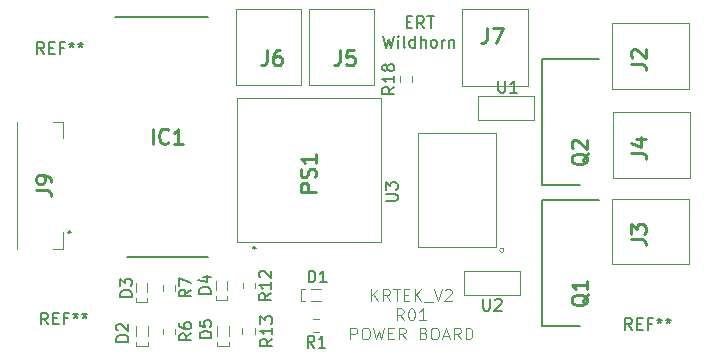
<source format=gto>
%TF.GenerationSoftware,KiCad,Pcbnew,(5.1.10)-1*%
%TF.CreationDate,2021-11-25T14:26:07+01:00*%
%TF.ProjectId,POWER_BOARD,504f5745-525f-4424-9f41-52442e6b6963,V01*%
%TF.SameCoordinates,Original*%
%TF.FileFunction,Legend,Top*%
%TF.FilePolarity,Positive*%
%FSLAX46Y46*%
G04 Gerber Fmt 4.6, Leading zero omitted, Abs format (unit mm)*
G04 Created by KiCad (PCBNEW (5.1.10)-1) date 2021-11-25 14:26:07*
%MOMM*%
%LPD*%
G01*
G04 APERTURE LIST*
%ADD10C,0.150000*%
%ADD11C,0.125000*%
%ADD12C,0.120000*%
%ADD13C,0.100000*%
%ADD14C,0.200000*%
%ADD15C,0.254000*%
G04 APERTURE END LIST*
D10*
X127984001Y-81147031D02*
X128317335Y-81147031D01*
X128460192Y-81670840D02*
X127984001Y-81670840D01*
X127984001Y-80670840D01*
X128460192Y-80670840D01*
X129460192Y-81670840D02*
X129126859Y-81194650D01*
X128888763Y-81670840D02*
X128888763Y-80670840D01*
X129269716Y-80670840D01*
X129364954Y-80718460D01*
X129412573Y-80766079D01*
X129460192Y-80861317D01*
X129460192Y-81004174D01*
X129412573Y-81099412D01*
X129364954Y-81147031D01*
X129269716Y-81194650D01*
X128888763Y-81194650D01*
X129745906Y-80670840D02*
X130317335Y-80670840D01*
X130031620Y-81670840D02*
X130031620Y-80670840D01*
X126031620Y-82320840D02*
X126269716Y-83320840D01*
X126460192Y-82606555D01*
X126650668Y-83320840D01*
X126888763Y-82320840D01*
X127269716Y-83320840D02*
X127269716Y-82654174D01*
X127269716Y-82320840D02*
X127222097Y-82368460D01*
X127269716Y-82416079D01*
X127317335Y-82368460D01*
X127269716Y-82320840D01*
X127269716Y-82416079D01*
X127888763Y-83320840D02*
X127793525Y-83273221D01*
X127745906Y-83177983D01*
X127745906Y-82320840D01*
X128698287Y-83320840D02*
X128698287Y-82320840D01*
X128698287Y-83273221D02*
X128603049Y-83320840D01*
X128412573Y-83320840D01*
X128317335Y-83273221D01*
X128269716Y-83225602D01*
X128222097Y-83130364D01*
X128222097Y-82844650D01*
X128269716Y-82749412D01*
X128317335Y-82701793D01*
X128412573Y-82654174D01*
X128603049Y-82654174D01*
X128698287Y-82701793D01*
X129174478Y-83320840D02*
X129174478Y-82320840D01*
X129603049Y-83320840D02*
X129603049Y-82797031D01*
X129555430Y-82701793D01*
X129460192Y-82654174D01*
X129317335Y-82654174D01*
X129222097Y-82701793D01*
X129174478Y-82749412D01*
X130222097Y-83320840D02*
X130126859Y-83273221D01*
X130079240Y-83225602D01*
X130031620Y-83130364D01*
X130031620Y-82844650D01*
X130079240Y-82749412D01*
X130126859Y-82701793D01*
X130222097Y-82654174D01*
X130364954Y-82654174D01*
X130460192Y-82701793D01*
X130507811Y-82749412D01*
X130555430Y-82844650D01*
X130555430Y-83130364D01*
X130507811Y-83225602D01*
X130460192Y-83273221D01*
X130364954Y-83320840D01*
X130222097Y-83320840D01*
X130984001Y-83320840D02*
X130984001Y-82654174D01*
X130984001Y-82844650D02*
X131031620Y-82749412D01*
X131079240Y-82701793D01*
X131174478Y-82654174D01*
X131269716Y-82654174D01*
X131603049Y-82654174D02*
X131603049Y-83320840D01*
X131603049Y-82749412D02*
X131650668Y-82701793D01*
X131745906Y-82654174D01*
X131888763Y-82654174D01*
X131984001Y-82701793D01*
X132031620Y-82797031D01*
X132031620Y-83320840D01*
D11*
X124997247Y-104774780D02*
X124997247Y-103774780D01*
X125568676Y-104774780D02*
X125140104Y-104203352D01*
X125568676Y-103774780D02*
X124997247Y-104346209D01*
X126568676Y-104774780D02*
X126235342Y-104298590D01*
X125997247Y-104774780D02*
X125997247Y-103774780D01*
X126378200Y-103774780D01*
X126473438Y-103822400D01*
X126521057Y-103870019D01*
X126568676Y-103965257D01*
X126568676Y-104108114D01*
X126521057Y-104203352D01*
X126473438Y-104250971D01*
X126378200Y-104298590D01*
X125997247Y-104298590D01*
X126854390Y-103774780D02*
X127425819Y-103774780D01*
X127140104Y-104774780D02*
X127140104Y-103774780D01*
X127759152Y-104250971D02*
X128092485Y-104250971D01*
X128235342Y-104774780D02*
X127759152Y-104774780D01*
X127759152Y-103774780D01*
X128235342Y-103774780D01*
X128663914Y-104774780D02*
X128663914Y-103774780D01*
X129235342Y-104774780D02*
X128806771Y-104203352D01*
X129235342Y-103774780D02*
X128663914Y-104346209D01*
X129425819Y-104870019D02*
X130187723Y-104870019D01*
X130282961Y-103774780D02*
X130616295Y-104774780D01*
X130949628Y-103774780D01*
X131235342Y-103870019D02*
X131282961Y-103822400D01*
X131378200Y-103774780D01*
X131616295Y-103774780D01*
X131711533Y-103822400D01*
X131759152Y-103870019D01*
X131806771Y-103965257D01*
X131806771Y-104060495D01*
X131759152Y-104203352D01*
X131187723Y-104774780D01*
X131806771Y-104774780D01*
X127735342Y-106399780D02*
X127402009Y-105923590D01*
X127163914Y-106399780D02*
X127163914Y-105399780D01*
X127544866Y-105399780D01*
X127640104Y-105447400D01*
X127687723Y-105495019D01*
X127735342Y-105590257D01*
X127735342Y-105733114D01*
X127687723Y-105828352D01*
X127640104Y-105875971D01*
X127544866Y-105923590D01*
X127163914Y-105923590D01*
X128354390Y-105399780D02*
X128449628Y-105399780D01*
X128544866Y-105447400D01*
X128592485Y-105495019D01*
X128640104Y-105590257D01*
X128687723Y-105780733D01*
X128687723Y-106018828D01*
X128640104Y-106209304D01*
X128592485Y-106304542D01*
X128544866Y-106352161D01*
X128449628Y-106399780D01*
X128354390Y-106399780D01*
X128259152Y-106352161D01*
X128211533Y-106304542D01*
X128163914Y-106209304D01*
X128116295Y-106018828D01*
X128116295Y-105780733D01*
X128163914Y-105590257D01*
X128211533Y-105495019D01*
X128259152Y-105447400D01*
X128354390Y-105399780D01*
X129640104Y-106399780D02*
X129068676Y-106399780D01*
X129354390Y-106399780D02*
X129354390Y-105399780D01*
X129259152Y-105542638D01*
X129163914Y-105637876D01*
X129068676Y-105685495D01*
X123235342Y-108024780D02*
X123235342Y-107024780D01*
X123616295Y-107024780D01*
X123711533Y-107072400D01*
X123759152Y-107120019D01*
X123806771Y-107215257D01*
X123806771Y-107358114D01*
X123759152Y-107453352D01*
X123711533Y-107500971D01*
X123616295Y-107548590D01*
X123235342Y-107548590D01*
X124425819Y-107024780D02*
X124616295Y-107024780D01*
X124711533Y-107072400D01*
X124806771Y-107167638D01*
X124854390Y-107358114D01*
X124854390Y-107691447D01*
X124806771Y-107881923D01*
X124711533Y-107977161D01*
X124616295Y-108024780D01*
X124425819Y-108024780D01*
X124330580Y-107977161D01*
X124235342Y-107881923D01*
X124187723Y-107691447D01*
X124187723Y-107358114D01*
X124235342Y-107167638D01*
X124330580Y-107072400D01*
X124425819Y-107024780D01*
X125187723Y-107024780D02*
X125425819Y-108024780D01*
X125616295Y-107310495D01*
X125806771Y-108024780D01*
X126044866Y-107024780D01*
X126425819Y-107500971D02*
X126759152Y-107500971D01*
X126902009Y-108024780D02*
X126425819Y-108024780D01*
X126425819Y-107024780D01*
X126902009Y-107024780D01*
X127902009Y-108024780D02*
X127568676Y-107548590D01*
X127330580Y-108024780D02*
X127330580Y-107024780D01*
X127711533Y-107024780D01*
X127806771Y-107072400D01*
X127854390Y-107120019D01*
X127902009Y-107215257D01*
X127902009Y-107358114D01*
X127854390Y-107453352D01*
X127806771Y-107500971D01*
X127711533Y-107548590D01*
X127330580Y-107548590D01*
X129425819Y-107500971D02*
X129568676Y-107548590D01*
X129616295Y-107596209D01*
X129663914Y-107691447D01*
X129663914Y-107834304D01*
X129616295Y-107929542D01*
X129568676Y-107977161D01*
X129473438Y-108024780D01*
X129092485Y-108024780D01*
X129092485Y-107024780D01*
X129425819Y-107024780D01*
X129521057Y-107072400D01*
X129568676Y-107120019D01*
X129616295Y-107215257D01*
X129616295Y-107310495D01*
X129568676Y-107405733D01*
X129521057Y-107453352D01*
X129425819Y-107500971D01*
X129092485Y-107500971D01*
X130282961Y-107024780D02*
X130473438Y-107024780D01*
X130568676Y-107072400D01*
X130663914Y-107167638D01*
X130711533Y-107358114D01*
X130711533Y-107691447D01*
X130663914Y-107881923D01*
X130568676Y-107977161D01*
X130473438Y-108024780D01*
X130282961Y-108024780D01*
X130187723Y-107977161D01*
X130092485Y-107881923D01*
X130044866Y-107691447D01*
X130044866Y-107358114D01*
X130092485Y-107167638D01*
X130187723Y-107072400D01*
X130282961Y-107024780D01*
X131092485Y-107739066D02*
X131568676Y-107739066D01*
X130997247Y-108024780D02*
X131330580Y-107024780D01*
X131663914Y-108024780D01*
X132568676Y-108024780D02*
X132235342Y-107548590D01*
X131997247Y-108024780D02*
X131997247Y-107024780D01*
X132378200Y-107024780D01*
X132473438Y-107072400D01*
X132521057Y-107120019D01*
X132568676Y-107215257D01*
X132568676Y-107358114D01*
X132521057Y-107453352D01*
X132473438Y-107500971D01*
X132378200Y-107548590D01*
X131997247Y-107548590D01*
X132997247Y-108024780D02*
X132997247Y-107024780D01*
X133235342Y-107024780D01*
X133378200Y-107072400D01*
X133473438Y-107167638D01*
X133521057Y-107262876D01*
X133568676Y-107453352D01*
X133568676Y-107596209D01*
X133521057Y-107786685D01*
X133473438Y-107881923D01*
X133378200Y-107977161D01*
X133235342Y-108024780D01*
X132997247Y-108024780D01*
D12*
%TO.C,U3*%
X135541000Y-90580400D02*
X135541000Y-100232400D01*
X128937000Y-90580400D02*
X135541000Y-90580400D01*
X128937000Y-100232400D02*
X128937000Y-90580400D01*
X135541000Y-100232400D02*
X128937000Y-100232400D01*
X136228605Y-100486400D02*
G75*
G03*
X136228605Y-100486400I-179605J0D01*
G01*
%TO.C,U1*%
X138802800Y-89446800D02*
X138802800Y-87446800D01*
X134002800Y-89446800D02*
X134002800Y-87446800D01*
X134002800Y-89446800D02*
X138802800Y-89446800D01*
X138802800Y-87446800D02*
X134002800Y-87446800D01*
%TO.C,U2*%
X137609000Y-102229600D02*
X132809000Y-102229600D01*
X132809000Y-104229600D02*
X137609000Y-104229600D01*
X132809000Y-104229600D02*
X132809000Y-102229600D01*
X137609000Y-104229600D02*
X137609000Y-102229600D01*
%TO.C,R1*%
X120575858Y-106313900D02*
X120101342Y-106313900D01*
X120575858Y-107358900D02*
X120101342Y-107358900D01*
%TO.C,R6*%
X108402900Y-107119342D02*
X108402900Y-107593858D01*
X107357900Y-107119342D02*
X107357900Y-107593858D01*
%TO.C,R7*%
X107332500Y-103410942D02*
X107332500Y-103885458D01*
X108377500Y-103410942D02*
X108377500Y-103885458D01*
%TO.C,R12*%
X114114300Y-103233142D02*
X114114300Y-103707658D01*
X115159300Y-103233142D02*
X115159300Y-103707658D01*
%TO.C,R13*%
X115133900Y-107093942D02*
X115133900Y-107568458D01*
X114088900Y-107093942D02*
X114088900Y-107568458D01*
%TO.C,R18*%
X127398500Y-86232458D02*
X127398500Y-85757942D01*
X128443500Y-86232458D02*
X128443500Y-85757942D01*
D13*
%TO.C,D1*%
X119413000Y-103745600D02*
X119113000Y-103745600D01*
X119113000Y-103745600D02*
X119063000Y-103745600D01*
X119063000Y-103745600D02*
X119063000Y-104745600D01*
X119063000Y-104745600D02*
X119413000Y-104745600D01*
X119913000Y-104745600D02*
X120713000Y-104745600D01*
X119913000Y-103745600D02*
X120713000Y-103745600D01*
%TO.C,D2*%
X105094400Y-107732400D02*
X105094400Y-106932400D01*
X106094400Y-107732400D02*
X106094400Y-106932400D01*
X106094400Y-108582400D02*
X106094400Y-108232400D01*
X105094400Y-108582400D02*
X106094400Y-108582400D01*
X105094400Y-108532400D02*
X105094400Y-108582400D01*
X105094400Y-108232400D02*
X105094400Y-108532400D01*
%TO.C,D3*%
X105043600Y-104549400D02*
X105043600Y-104849400D01*
X105043600Y-104849400D02*
X105043600Y-104899400D01*
X105043600Y-104899400D02*
X106043600Y-104899400D01*
X106043600Y-104899400D02*
X106043600Y-104549400D01*
X106043600Y-104049400D02*
X106043600Y-103249400D01*
X105043600Y-104049400D02*
X105043600Y-103249400D01*
%TO.C,D4*%
X111825400Y-103871600D02*
X111825400Y-103071600D01*
X112825400Y-103871600D02*
X112825400Y-103071600D01*
X112825400Y-104721600D02*
X112825400Y-104371600D01*
X111825400Y-104721600D02*
X112825400Y-104721600D01*
X111825400Y-104671600D02*
X111825400Y-104721600D01*
X111825400Y-104371600D02*
X111825400Y-104671600D01*
%TO.C,D5*%
X111927000Y-108232400D02*
X111927000Y-108532400D01*
X111927000Y-108532400D02*
X111927000Y-108582400D01*
X111927000Y-108582400D02*
X112927000Y-108582400D01*
X112927000Y-108582400D02*
X112927000Y-108232400D01*
X112927000Y-107732400D02*
X112927000Y-106932400D01*
X111927000Y-107732400D02*
X111927000Y-106932400D01*
D14*
%TO.C,IC1*%
X103318000Y-80735200D02*
X111153000Y-80735200D01*
X104303000Y-101035200D02*
X111153000Y-101035200D01*
D13*
%TO.C,J2*%
X145397400Y-86797200D02*
X145397400Y-81257200D01*
X145397400Y-81257200D02*
X151897400Y-81257200D01*
X151897400Y-81257200D02*
X151897400Y-86797200D01*
X151897400Y-86797200D02*
X145397400Y-86797200D01*
%TO.C,J3*%
X151897400Y-101656200D02*
X145397400Y-101656200D01*
X151897400Y-96116200D02*
X151897400Y-101656200D01*
X145397400Y-96116200D02*
X151897400Y-96116200D01*
X145397400Y-101656200D02*
X145397400Y-96116200D01*
%TO.C,J4*%
X145448200Y-94341000D02*
X145448200Y-88801000D01*
X145448200Y-88801000D02*
X151948200Y-88801000D01*
X151948200Y-88801000D02*
X151948200Y-94341000D01*
X151948200Y-94341000D02*
X145448200Y-94341000D01*
%TO.C,J5*%
X125255400Y-80015200D02*
X125255400Y-86515200D01*
X119715400Y-80015200D02*
X125255400Y-80015200D01*
X119715400Y-86515200D02*
X119715400Y-80015200D01*
X125255400Y-86515200D02*
X119715400Y-86515200D01*
%TO.C,J6*%
X119083200Y-86515200D02*
X113543200Y-86515200D01*
X113543200Y-86515200D02*
X113543200Y-80015200D01*
X113543200Y-80015200D02*
X119083200Y-80015200D01*
X119083200Y-80015200D02*
X119083200Y-86515200D01*
%TO.C,J7*%
X132694800Y-86566000D02*
X132694800Y-80066000D01*
X138234800Y-86566000D02*
X132694800Y-86566000D01*
X138234800Y-80066000D02*
X138234800Y-86566000D01*
X132694800Y-80066000D02*
X138234800Y-80066000D01*
%TO.C,PS1*%
X113613800Y-99756800D02*
X113613800Y-87566800D01*
X113613800Y-87566800D02*
X125803800Y-87566800D01*
X125803800Y-87566800D02*
X125803800Y-99756800D01*
X125803800Y-99756800D02*
X113613800Y-99756800D01*
D14*
X115008800Y-100261800D02*
X115008800Y-100261800D01*
X115208800Y-100261800D02*
X115208800Y-100261800D01*
X115208800Y-100261800D02*
G75*
G02*
X115008800Y-100261800I-100000J0D01*
G01*
X115008800Y-100261800D02*
G75*
G02*
X115208800Y-100261800I100000J0D01*
G01*
%TO.C,Q1*%
X139428000Y-106888200D02*
X142653000Y-106888200D01*
X139428000Y-96218200D02*
X139428000Y-106888200D01*
X144258000Y-96218200D02*
X139428000Y-96218200D01*
%TO.C,Q2*%
X144258000Y-84280200D02*
X139428000Y-84280200D01*
X139428000Y-84280200D02*
X139428000Y-94950200D01*
X139428000Y-94950200D02*
X142653000Y-94950200D01*
%TO.C,J9*%
X99341140Y-98966980D02*
X99341140Y-98966980D01*
X99541140Y-98966980D02*
X99541140Y-98966980D01*
D13*
X98941140Y-98966980D02*
X98941140Y-100341980D01*
X98941140Y-100341980D02*
X98041140Y-100341980D01*
X98941140Y-90966980D02*
X98941140Y-89591980D01*
X98941140Y-89591980D02*
X98041140Y-89591980D01*
X95041140Y-100341980D02*
X95041140Y-89591980D01*
D14*
X99541140Y-98966980D02*
G75*
G02*
X99341140Y-98966980I-100000J0D01*
G01*
X99341140Y-98966980D02*
G75*
G02*
X99541140Y-98966980I100000J0D01*
G01*
%TO.C,REF\u002A\u002A*%
D10*
X147060066Y-107212580D02*
X146726733Y-106736390D01*
X146488638Y-107212580D02*
X146488638Y-106212580D01*
X146869590Y-106212580D01*
X146964828Y-106260200D01*
X147012447Y-106307819D01*
X147060066Y-106403057D01*
X147060066Y-106545914D01*
X147012447Y-106641152D01*
X146964828Y-106688771D01*
X146869590Y-106736390D01*
X146488638Y-106736390D01*
X147488638Y-106688771D02*
X147821971Y-106688771D01*
X147964828Y-107212580D02*
X147488638Y-107212580D01*
X147488638Y-106212580D01*
X147964828Y-106212580D01*
X148726733Y-106688771D02*
X148393400Y-106688771D01*
X148393400Y-107212580D02*
X148393400Y-106212580D01*
X148869590Y-106212580D01*
X149393400Y-106212580D02*
X149393400Y-106450676D01*
X149155304Y-106355438D02*
X149393400Y-106450676D01*
X149631495Y-106355438D01*
X149250542Y-106641152D02*
X149393400Y-106450676D01*
X149536257Y-106641152D01*
X150155304Y-106212580D02*
X150155304Y-106450676D01*
X149917209Y-106355438D02*
X150155304Y-106450676D01*
X150393400Y-106355438D01*
X150012447Y-106641152D02*
X150155304Y-106450676D01*
X150298161Y-106641152D01*
X97301466Y-83844580D02*
X96968133Y-83368390D01*
X96730038Y-83844580D02*
X96730038Y-82844580D01*
X97110990Y-82844580D01*
X97206228Y-82892200D01*
X97253847Y-82939819D01*
X97301466Y-83035057D01*
X97301466Y-83177914D01*
X97253847Y-83273152D01*
X97206228Y-83320771D01*
X97110990Y-83368390D01*
X96730038Y-83368390D01*
X97730038Y-83320771D02*
X98063371Y-83320771D01*
X98206228Y-83844580D02*
X97730038Y-83844580D01*
X97730038Y-82844580D01*
X98206228Y-82844580D01*
X98968133Y-83320771D02*
X98634800Y-83320771D01*
X98634800Y-83844580D02*
X98634800Y-82844580D01*
X99110990Y-82844580D01*
X99634800Y-82844580D02*
X99634800Y-83082676D01*
X99396704Y-82987438D02*
X99634800Y-83082676D01*
X99872895Y-82987438D01*
X99491942Y-83273152D02*
X99634800Y-83082676D01*
X99777657Y-83273152D01*
X100396704Y-82844580D02*
X100396704Y-83082676D01*
X100158609Y-82987438D02*
X100396704Y-83082676D01*
X100634800Y-82987438D01*
X100253847Y-83273152D02*
X100396704Y-83082676D01*
X100539561Y-83273152D01*
X97631666Y-106755380D02*
X97298333Y-106279190D01*
X97060238Y-106755380D02*
X97060238Y-105755380D01*
X97441190Y-105755380D01*
X97536428Y-105803000D01*
X97584047Y-105850619D01*
X97631666Y-105945857D01*
X97631666Y-106088714D01*
X97584047Y-106183952D01*
X97536428Y-106231571D01*
X97441190Y-106279190D01*
X97060238Y-106279190D01*
X98060238Y-106231571D02*
X98393571Y-106231571D01*
X98536428Y-106755380D02*
X98060238Y-106755380D01*
X98060238Y-105755380D01*
X98536428Y-105755380D01*
X99298333Y-106231571D02*
X98965000Y-106231571D01*
X98965000Y-106755380D02*
X98965000Y-105755380D01*
X99441190Y-105755380D01*
X99965000Y-105755380D02*
X99965000Y-105993476D01*
X99726904Y-105898238D02*
X99965000Y-105993476D01*
X100203095Y-105898238D01*
X99822142Y-106183952D02*
X99965000Y-105993476D01*
X100107857Y-106183952D01*
X100726904Y-105755380D02*
X100726904Y-105993476D01*
X100488809Y-105898238D02*
X100726904Y-105993476D01*
X100965000Y-105898238D01*
X100584047Y-106183952D02*
X100726904Y-105993476D01*
X100869761Y-106183952D01*
%TO.C,U3*%
X126222380Y-96295304D02*
X127031904Y-96295304D01*
X127127142Y-96247685D01*
X127174761Y-96200066D01*
X127222380Y-96104828D01*
X127222380Y-95914352D01*
X127174761Y-95819114D01*
X127127142Y-95771495D01*
X127031904Y-95723876D01*
X126222380Y-95723876D01*
X126222380Y-95342923D02*
X126222380Y-94723876D01*
X126603333Y-95057209D01*
X126603333Y-94914352D01*
X126650952Y-94819114D01*
X126698571Y-94771495D01*
X126793809Y-94723876D01*
X127031904Y-94723876D01*
X127127142Y-94771495D01*
X127174761Y-94819114D01*
X127222380Y-94914352D01*
X127222380Y-95200066D01*
X127174761Y-95295304D01*
X127127142Y-95342923D01*
%TO.C,U1*%
X135767895Y-86121180D02*
X135767895Y-86930704D01*
X135815514Y-87025942D01*
X135863133Y-87073561D01*
X135958371Y-87121180D01*
X136148847Y-87121180D01*
X136244085Y-87073561D01*
X136291704Y-87025942D01*
X136339323Y-86930704D01*
X136339323Y-86121180D01*
X137339323Y-87121180D02*
X136767895Y-87121180D01*
X137053609Y-87121180D02*
X137053609Y-86121180D01*
X136958371Y-86264038D01*
X136863133Y-86359276D01*
X136767895Y-86406895D01*
%TO.C,U2*%
X134470695Y-104586980D02*
X134470695Y-105396504D01*
X134518314Y-105491742D01*
X134565933Y-105539361D01*
X134661171Y-105586980D01*
X134851647Y-105586980D01*
X134946885Y-105539361D01*
X134994504Y-105491742D01*
X135042123Y-105396504D01*
X135042123Y-104586980D01*
X135470695Y-104682219D02*
X135518314Y-104634600D01*
X135613552Y-104586980D01*
X135851647Y-104586980D01*
X135946885Y-104634600D01*
X135994504Y-104682219D01*
X136042123Y-104777457D01*
X136042123Y-104872695D01*
X135994504Y-105015552D01*
X135423076Y-105586980D01*
X136042123Y-105586980D01*
%TO.C,R1*%
X120171933Y-108718780D02*
X119838600Y-108242590D01*
X119600504Y-108718780D02*
X119600504Y-107718780D01*
X119981457Y-107718780D01*
X120076695Y-107766400D01*
X120124314Y-107814019D01*
X120171933Y-107909257D01*
X120171933Y-108052114D01*
X120124314Y-108147352D01*
X120076695Y-108194971D01*
X119981457Y-108242590D01*
X119600504Y-108242590D01*
X121124314Y-108718780D02*
X120552885Y-108718780D01*
X120838600Y-108718780D02*
X120838600Y-107718780D01*
X120743361Y-107861638D01*
X120648123Y-107956876D01*
X120552885Y-108004495D01*
%TO.C,R6*%
X109762780Y-107523266D02*
X109286590Y-107856600D01*
X109762780Y-108094695D02*
X108762780Y-108094695D01*
X108762780Y-107713742D01*
X108810400Y-107618504D01*
X108858019Y-107570885D01*
X108953257Y-107523266D01*
X109096114Y-107523266D01*
X109191352Y-107570885D01*
X109238971Y-107618504D01*
X109286590Y-107713742D01*
X109286590Y-108094695D01*
X108762780Y-106666123D02*
X108762780Y-106856600D01*
X108810400Y-106951838D01*
X108858019Y-106999457D01*
X109000876Y-107094695D01*
X109191352Y-107142314D01*
X109572304Y-107142314D01*
X109667542Y-107094695D01*
X109715161Y-107047076D01*
X109762780Y-106951838D01*
X109762780Y-106761361D01*
X109715161Y-106666123D01*
X109667542Y-106618504D01*
X109572304Y-106570885D01*
X109334209Y-106570885D01*
X109238971Y-106618504D01*
X109191352Y-106666123D01*
X109143733Y-106761361D01*
X109143733Y-106951838D01*
X109191352Y-107047076D01*
X109238971Y-107094695D01*
X109334209Y-107142314D01*
%TO.C,R7*%
X109737380Y-103814866D02*
X109261190Y-104148200D01*
X109737380Y-104386295D02*
X108737380Y-104386295D01*
X108737380Y-104005342D01*
X108785000Y-103910104D01*
X108832619Y-103862485D01*
X108927857Y-103814866D01*
X109070714Y-103814866D01*
X109165952Y-103862485D01*
X109213571Y-103910104D01*
X109261190Y-104005342D01*
X109261190Y-104386295D01*
X108737380Y-103481533D02*
X108737380Y-102814866D01*
X109737380Y-103243438D01*
%TO.C,R12*%
X116519180Y-104113257D02*
X116042990Y-104446590D01*
X116519180Y-104684685D02*
X115519180Y-104684685D01*
X115519180Y-104303733D01*
X115566800Y-104208495D01*
X115614419Y-104160876D01*
X115709657Y-104113257D01*
X115852514Y-104113257D01*
X115947752Y-104160876D01*
X115995371Y-104208495D01*
X116042990Y-104303733D01*
X116042990Y-104684685D01*
X116519180Y-103160876D02*
X116519180Y-103732304D01*
X116519180Y-103446590D02*
X115519180Y-103446590D01*
X115662038Y-103541828D01*
X115757276Y-103637066D01*
X115804895Y-103732304D01*
X115614419Y-102779923D02*
X115566800Y-102732304D01*
X115519180Y-102637066D01*
X115519180Y-102398971D01*
X115566800Y-102303733D01*
X115614419Y-102256114D01*
X115709657Y-102208495D01*
X115804895Y-102208495D01*
X115947752Y-102256114D01*
X116519180Y-102827542D01*
X116519180Y-102208495D01*
%TO.C,R13*%
X116613180Y-107976057D02*
X116136990Y-108309390D01*
X116613180Y-108547485D02*
X115613180Y-108547485D01*
X115613180Y-108166533D01*
X115660800Y-108071295D01*
X115708419Y-108023676D01*
X115803657Y-107976057D01*
X115946514Y-107976057D01*
X116041752Y-108023676D01*
X116089371Y-108071295D01*
X116136990Y-108166533D01*
X116136990Y-108547485D01*
X116613180Y-107023676D02*
X116613180Y-107595104D01*
X116613180Y-107309390D02*
X115613180Y-107309390D01*
X115756038Y-107404628D01*
X115851276Y-107499866D01*
X115898895Y-107595104D01*
X115613180Y-106690342D02*
X115613180Y-106071295D01*
X115994133Y-106404628D01*
X115994133Y-106261771D01*
X116041752Y-106166533D01*
X116089371Y-106118914D01*
X116184609Y-106071295D01*
X116422704Y-106071295D01*
X116517942Y-106118914D01*
X116565561Y-106166533D01*
X116613180Y-106261771D01*
X116613180Y-106547485D01*
X116565561Y-106642723D01*
X116517942Y-106690342D01*
%TO.C,R18*%
X126943380Y-86638057D02*
X126467190Y-86971390D01*
X126943380Y-87209485D02*
X125943380Y-87209485D01*
X125943380Y-86828533D01*
X125991000Y-86733295D01*
X126038619Y-86685676D01*
X126133857Y-86638057D01*
X126276714Y-86638057D01*
X126371952Y-86685676D01*
X126419571Y-86733295D01*
X126467190Y-86828533D01*
X126467190Y-87209485D01*
X126943380Y-85685676D02*
X126943380Y-86257104D01*
X126943380Y-85971390D02*
X125943380Y-85971390D01*
X126086238Y-86066628D01*
X126181476Y-86161866D01*
X126229095Y-86257104D01*
X126371952Y-85114247D02*
X126324333Y-85209485D01*
X126276714Y-85257104D01*
X126181476Y-85304723D01*
X126133857Y-85304723D01*
X126038619Y-85257104D01*
X125991000Y-85209485D01*
X125943380Y-85114247D01*
X125943380Y-84923771D01*
X125991000Y-84828533D01*
X126038619Y-84780914D01*
X126133857Y-84733295D01*
X126181476Y-84733295D01*
X126276714Y-84780914D01*
X126324333Y-84828533D01*
X126371952Y-84923771D01*
X126371952Y-85114247D01*
X126419571Y-85209485D01*
X126467190Y-85257104D01*
X126562428Y-85304723D01*
X126752904Y-85304723D01*
X126848142Y-85257104D01*
X126895761Y-85209485D01*
X126943380Y-85114247D01*
X126943380Y-84923771D01*
X126895761Y-84828533D01*
X126848142Y-84780914D01*
X126752904Y-84733295D01*
X126562428Y-84733295D01*
X126467190Y-84780914D01*
X126419571Y-84828533D01*
X126371952Y-84923771D01*
%TO.C,D1*%
X119689904Y-103199380D02*
X119689904Y-102199380D01*
X119928000Y-102199380D01*
X120070857Y-102247000D01*
X120166095Y-102342238D01*
X120213714Y-102437476D01*
X120261333Y-102627952D01*
X120261333Y-102770809D01*
X120213714Y-102961285D01*
X120166095Y-103056523D01*
X120070857Y-103151761D01*
X119928000Y-103199380D01*
X119689904Y-103199380D01*
X121213714Y-103199380D02*
X120642285Y-103199380D01*
X120928000Y-103199380D02*
X120928000Y-102199380D01*
X120832761Y-102342238D01*
X120737523Y-102437476D01*
X120642285Y-102485095D01*
%TO.C,D2*%
X104421180Y-108209495D02*
X103421180Y-108209495D01*
X103421180Y-107971400D01*
X103468800Y-107828542D01*
X103564038Y-107733304D01*
X103659276Y-107685685D01*
X103849752Y-107638066D01*
X103992609Y-107638066D01*
X104183085Y-107685685D01*
X104278323Y-107733304D01*
X104373561Y-107828542D01*
X104421180Y-107971400D01*
X104421180Y-108209495D01*
X103516419Y-107257114D02*
X103468800Y-107209495D01*
X103421180Y-107114257D01*
X103421180Y-106876161D01*
X103468800Y-106780923D01*
X103516419Y-106733304D01*
X103611657Y-106685685D01*
X103706895Y-106685685D01*
X103849752Y-106733304D01*
X104421180Y-107304733D01*
X104421180Y-106685685D01*
%TO.C,D3*%
X104725980Y-104399495D02*
X103725980Y-104399495D01*
X103725980Y-104161400D01*
X103773600Y-104018542D01*
X103868838Y-103923304D01*
X103964076Y-103875685D01*
X104154552Y-103828066D01*
X104297409Y-103828066D01*
X104487885Y-103875685D01*
X104583123Y-103923304D01*
X104678361Y-104018542D01*
X104725980Y-104161400D01*
X104725980Y-104399495D01*
X103725980Y-103494733D02*
X103725980Y-102875685D01*
X104106933Y-103209019D01*
X104106933Y-103066161D01*
X104154552Y-102970923D01*
X104202171Y-102923304D01*
X104297409Y-102875685D01*
X104535504Y-102875685D01*
X104630742Y-102923304D01*
X104678361Y-102970923D01*
X104725980Y-103066161D01*
X104725980Y-103351876D01*
X104678361Y-103447114D01*
X104630742Y-103494733D01*
%TO.C,D4*%
X111406180Y-104145495D02*
X110406180Y-104145495D01*
X110406180Y-103907400D01*
X110453800Y-103764542D01*
X110549038Y-103669304D01*
X110644276Y-103621685D01*
X110834752Y-103574066D01*
X110977609Y-103574066D01*
X111168085Y-103621685D01*
X111263323Y-103669304D01*
X111358561Y-103764542D01*
X111406180Y-103907400D01*
X111406180Y-104145495D01*
X110739514Y-102716923D02*
X111406180Y-102716923D01*
X110358561Y-102955019D02*
X111072847Y-103193114D01*
X111072847Y-102574066D01*
%TO.C,D5*%
X111456980Y-107904695D02*
X110456980Y-107904695D01*
X110456980Y-107666600D01*
X110504600Y-107523742D01*
X110599838Y-107428504D01*
X110695076Y-107380885D01*
X110885552Y-107333266D01*
X111028409Y-107333266D01*
X111218885Y-107380885D01*
X111314123Y-107428504D01*
X111409361Y-107523742D01*
X111456980Y-107666600D01*
X111456980Y-107904695D01*
X110456980Y-106428504D02*
X110456980Y-106904695D01*
X110933171Y-106952314D01*
X110885552Y-106904695D01*
X110837933Y-106809457D01*
X110837933Y-106571361D01*
X110885552Y-106476123D01*
X110933171Y-106428504D01*
X111028409Y-106380885D01*
X111266504Y-106380885D01*
X111361742Y-106428504D01*
X111409361Y-106476123D01*
X111456980Y-106571361D01*
X111456980Y-106809457D01*
X111409361Y-106904695D01*
X111361742Y-106952314D01*
%TO.C,IC1*%
D15*
X106488238Y-91459723D02*
X106488238Y-90189723D01*
X107818714Y-91338771D02*
X107758238Y-91399247D01*
X107576809Y-91459723D01*
X107455857Y-91459723D01*
X107274428Y-91399247D01*
X107153476Y-91278295D01*
X107093000Y-91157342D01*
X107032523Y-90915438D01*
X107032523Y-90734009D01*
X107093000Y-90492104D01*
X107153476Y-90371152D01*
X107274428Y-90250200D01*
X107455857Y-90189723D01*
X107576809Y-90189723D01*
X107758238Y-90250200D01*
X107818714Y-90310676D01*
X109028238Y-91459723D02*
X108302523Y-91459723D01*
X108665380Y-91459723D02*
X108665380Y-90189723D01*
X108544428Y-90371152D01*
X108423476Y-90492104D01*
X108302523Y-90552580D01*
%TO.C,J2*%
X146975923Y-84704533D02*
X147883066Y-84704533D01*
X148064495Y-84765009D01*
X148185447Y-84885961D01*
X148245923Y-85067390D01*
X148245923Y-85188342D01*
X147096876Y-84160247D02*
X147036400Y-84099771D01*
X146975923Y-83978819D01*
X146975923Y-83676438D01*
X147036400Y-83555485D01*
X147096876Y-83495009D01*
X147217828Y-83434533D01*
X147338780Y-83434533D01*
X147520209Y-83495009D01*
X148245923Y-84220723D01*
X148245923Y-83434533D01*
%TO.C,J3*%
X146975923Y-99563533D02*
X147883066Y-99563533D01*
X148064495Y-99624009D01*
X148185447Y-99744961D01*
X148245923Y-99926390D01*
X148245923Y-100047342D01*
X146975923Y-99079723D02*
X146975923Y-98293533D01*
X147459733Y-98716866D01*
X147459733Y-98535438D01*
X147520209Y-98414485D01*
X147580685Y-98354009D01*
X147701638Y-98293533D01*
X148004019Y-98293533D01*
X148124971Y-98354009D01*
X148185447Y-98414485D01*
X148245923Y-98535438D01*
X148245923Y-98898295D01*
X148185447Y-99019247D01*
X148124971Y-99079723D01*
%TO.C,J4*%
X147026723Y-92248333D02*
X147933866Y-92248333D01*
X148115295Y-92308809D01*
X148236247Y-92429761D01*
X148296723Y-92611190D01*
X148296723Y-92732142D01*
X147450057Y-91099285D02*
X148296723Y-91099285D01*
X146966247Y-91401666D02*
X147873390Y-91704047D01*
X147873390Y-90917857D01*
%TO.C,J5*%
X122316066Y-83545723D02*
X122316066Y-84452866D01*
X122255590Y-84634295D01*
X122134638Y-84755247D01*
X121953209Y-84815723D01*
X121832257Y-84815723D01*
X123525590Y-83545723D02*
X122920828Y-83545723D01*
X122860352Y-84150485D01*
X122920828Y-84090009D01*
X123041780Y-84029533D01*
X123344161Y-84029533D01*
X123465114Y-84090009D01*
X123525590Y-84150485D01*
X123586066Y-84271438D01*
X123586066Y-84573819D01*
X123525590Y-84694771D01*
X123465114Y-84755247D01*
X123344161Y-84815723D01*
X123041780Y-84815723D01*
X122920828Y-84755247D01*
X122860352Y-84694771D01*
%TO.C,J6*%
X116143866Y-83545723D02*
X116143866Y-84452866D01*
X116083390Y-84634295D01*
X115962438Y-84755247D01*
X115781009Y-84815723D01*
X115660057Y-84815723D01*
X117292914Y-83545723D02*
X117051009Y-83545723D01*
X116930057Y-83606200D01*
X116869580Y-83666676D01*
X116748628Y-83848104D01*
X116688152Y-84090009D01*
X116688152Y-84573819D01*
X116748628Y-84694771D01*
X116809104Y-84755247D01*
X116930057Y-84815723D01*
X117171961Y-84815723D01*
X117292914Y-84755247D01*
X117353390Y-84694771D01*
X117413866Y-84573819D01*
X117413866Y-84271438D01*
X117353390Y-84150485D01*
X117292914Y-84090009D01*
X117171961Y-84029533D01*
X116930057Y-84029533D01*
X116809104Y-84090009D01*
X116748628Y-84150485D01*
X116688152Y-84271438D01*
%TO.C,J7*%
X134787466Y-81644523D02*
X134787466Y-82551666D01*
X134726990Y-82733095D01*
X134606038Y-82854047D01*
X134424609Y-82914523D01*
X134303657Y-82914523D01*
X135271276Y-81644523D02*
X136117942Y-81644523D01*
X135573657Y-82914523D01*
%TO.C,PS1*%
X120283323Y-95506942D02*
X119013323Y-95506942D01*
X119013323Y-95023133D01*
X119073800Y-94902180D01*
X119134276Y-94841704D01*
X119255228Y-94781228D01*
X119436657Y-94781228D01*
X119557609Y-94841704D01*
X119618085Y-94902180D01*
X119678561Y-95023133D01*
X119678561Y-95506942D01*
X120222847Y-94297419D02*
X120283323Y-94115990D01*
X120283323Y-93813609D01*
X120222847Y-93692657D01*
X120162371Y-93632180D01*
X120041419Y-93571704D01*
X119920466Y-93571704D01*
X119799514Y-93632180D01*
X119739038Y-93692657D01*
X119678561Y-93813609D01*
X119618085Y-94055514D01*
X119557609Y-94176466D01*
X119497133Y-94236942D01*
X119376180Y-94297419D01*
X119255228Y-94297419D01*
X119134276Y-94236942D01*
X119073800Y-94176466D01*
X119013323Y-94055514D01*
X119013323Y-93753133D01*
X119073800Y-93571704D01*
X120283323Y-92362180D02*
X120283323Y-93087895D01*
X120283323Y-92725038D02*
X119013323Y-92725038D01*
X119194752Y-92845990D01*
X119315704Y-92966942D01*
X119376180Y-93087895D01*
%TO.C,Q1*%
X143348476Y-104214152D02*
X143288000Y-104335104D01*
X143167047Y-104456057D01*
X142985619Y-104637485D01*
X142925142Y-104758438D01*
X142925142Y-104879390D01*
X143227523Y-104818914D02*
X143167047Y-104939866D01*
X143046095Y-105060819D01*
X142804190Y-105121295D01*
X142380857Y-105121295D01*
X142138952Y-105060819D01*
X142018000Y-104939866D01*
X141957523Y-104818914D01*
X141957523Y-104577009D01*
X142018000Y-104456057D01*
X142138952Y-104335104D01*
X142380857Y-104274628D01*
X142804190Y-104274628D01*
X143046095Y-104335104D01*
X143167047Y-104456057D01*
X143227523Y-104577009D01*
X143227523Y-104818914D01*
X143227523Y-103065104D02*
X143227523Y-103790819D01*
X143227523Y-103427961D02*
X141957523Y-103427961D01*
X142138952Y-103548914D01*
X142259904Y-103669866D01*
X142320380Y-103790819D01*
%TO.C,Q2*%
X143348476Y-92276152D02*
X143288000Y-92397104D01*
X143167047Y-92518057D01*
X142985619Y-92699485D01*
X142925142Y-92820438D01*
X142925142Y-92941390D01*
X143227523Y-92880914D02*
X143167047Y-93001866D01*
X143046095Y-93122819D01*
X142804190Y-93183295D01*
X142380857Y-93183295D01*
X142138952Y-93122819D01*
X142018000Y-93001866D01*
X141957523Y-92880914D01*
X141957523Y-92639009D01*
X142018000Y-92518057D01*
X142138952Y-92397104D01*
X142380857Y-92336628D01*
X142804190Y-92336628D01*
X143046095Y-92397104D01*
X143167047Y-92518057D01*
X143227523Y-92639009D01*
X143227523Y-92880914D01*
X142078476Y-91852819D02*
X142018000Y-91792342D01*
X141957523Y-91671390D01*
X141957523Y-91369009D01*
X142018000Y-91248057D01*
X142078476Y-91187580D01*
X142199428Y-91127104D01*
X142320380Y-91127104D01*
X142501809Y-91187580D01*
X143227523Y-91913295D01*
X143227523Y-91127104D01*
%TO.C,J9*%
X96595663Y-95390313D02*
X97502806Y-95390313D01*
X97684235Y-95450789D01*
X97805187Y-95571741D01*
X97865663Y-95753170D01*
X97865663Y-95874122D01*
X97865663Y-94725075D02*
X97865663Y-94483170D01*
X97805187Y-94362218D01*
X97744711Y-94301741D01*
X97563282Y-94180789D01*
X97321378Y-94120313D01*
X96837568Y-94120313D01*
X96716616Y-94180789D01*
X96656140Y-94241265D01*
X96595663Y-94362218D01*
X96595663Y-94604122D01*
X96656140Y-94725075D01*
X96716616Y-94785551D01*
X96837568Y-94846027D01*
X97139949Y-94846027D01*
X97260901Y-94785551D01*
X97321378Y-94725075D01*
X97381854Y-94604122D01*
X97381854Y-94362218D01*
X97321378Y-94241265D01*
X97260901Y-94180789D01*
X97139949Y-94120313D01*
%TD*%
M02*

</source>
